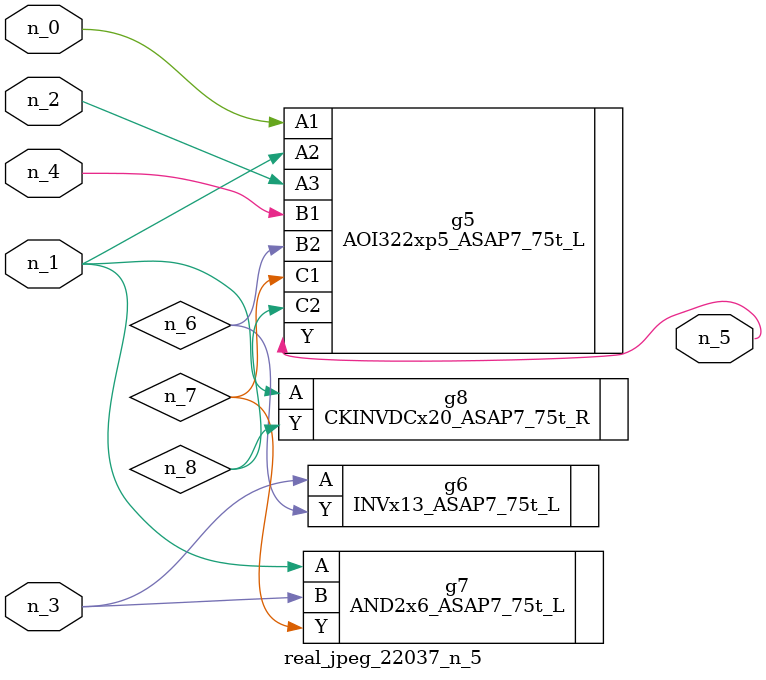
<source format=v>
module real_jpeg_22037_n_5 (n_4, n_0, n_1, n_2, n_3, n_5);

input n_4;
input n_0;
input n_1;
input n_2;
input n_3;

output n_5;

wire n_8;
wire n_6;
wire n_7;

AOI322xp5_ASAP7_75t_L g5 ( 
.A1(n_0),
.A2(n_1),
.A3(n_2),
.B1(n_4),
.B2(n_6),
.C1(n_7),
.C2(n_8),
.Y(n_5)
);

AND2x6_ASAP7_75t_L g7 ( 
.A(n_1),
.B(n_3),
.Y(n_7)
);

CKINVDCx20_ASAP7_75t_R g8 ( 
.A(n_1),
.Y(n_8)
);

INVx13_ASAP7_75t_L g6 ( 
.A(n_3),
.Y(n_6)
);


endmodule
</source>
